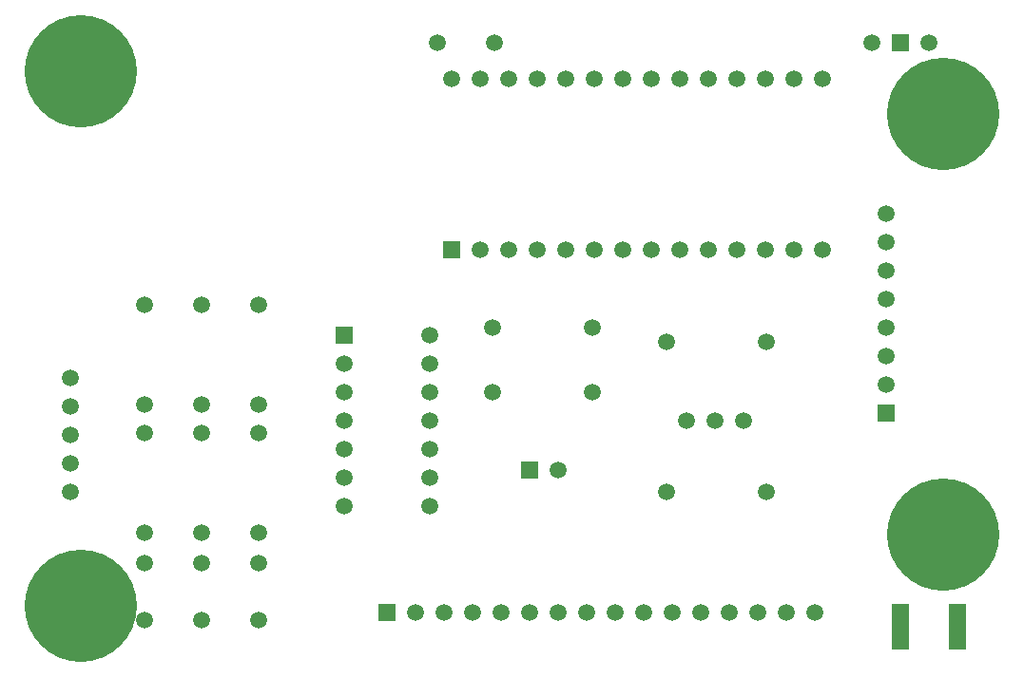
<source format=gbs>
G04 #@! TF.FileFunction,Soldermask,Bot*
%FSLAX46Y46*%
G04 Gerber Fmt 4.6, Leading zero omitted, Abs format (unit mm)*
G04 Created by KiCad (PCBNEW 4.0.7) date Thursday, 04 January 2018 'PMt' 04:22:12 PM*
%MOMM*%
%LPD*%
G01*
G04 APERTURE LIST*
%ADD10C,0.100000*%
%ADD11C,10.000000*%
%ADD12C,1.500000*%
%ADD13R,1.524000X1.500000*%
%ADD14R,1.500000X1.500000*%
%ADD15R,1.524000X4.064000*%
G04 APERTURE END LIST*
D10*
D11*
X100965000Y-65405000D03*
X100965000Y-113030000D03*
X177800000Y-106680000D03*
X177800000Y-69215000D03*
D12*
X171450000Y-62865000D03*
D13*
X173990000Y-62865000D03*
D12*
X176530000Y-62865000D03*
X132715000Y-62865000D03*
X137795000Y-62865000D03*
X137668000Y-88265000D03*
X146558000Y-88265000D03*
X162052000Y-89535000D03*
X153162000Y-89535000D03*
X162052000Y-102870000D03*
X153162000Y-102870000D03*
D14*
X140970000Y-100965000D03*
D12*
X143510000Y-100965000D03*
X137668000Y-93980000D03*
X146558000Y-93980000D03*
X106680000Y-86233000D03*
X106680000Y-95123000D03*
X111760000Y-86233000D03*
X111760000Y-95123000D03*
X116840000Y-86233000D03*
X116840000Y-95123000D03*
X106680000Y-97663000D03*
X106680000Y-106553000D03*
X111760000Y-97663000D03*
X111760000Y-106553000D03*
X116840000Y-97663000D03*
X116840000Y-106553000D03*
X106680000Y-109220000D03*
X106680000Y-114300000D03*
X111760000Y-109220000D03*
X111760000Y-114300000D03*
X116840000Y-109220000D03*
X116840000Y-114300000D03*
X100076000Y-102870000D03*
X100076000Y-100330000D03*
X100076000Y-97790000D03*
X100076000Y-95250000D03*
X100076000Y-92710000D03*
D15*
X173990000Y-114935000D03*
X179070000Y-114935000D03*
D12*
X160020000Y-96520000D03*
X157480000Y-96520000D03*
X154940000Y-96520000D03*
D14*
X133985000Y-81280000D03*
D12*
X136525000Y-81280000D03*
X139065000Y-81280000D03*
X141605000Y-81280000D03*
X144145000Y-81280000D03*
X146685000Y-81280000D03*
X149225000Y-81280000D03*
X151765000Y-81280000D03*
X154305000Y-81280000D03*
X156845000Y-81280000D03*
X159385000Y-81280000D03*
X161925000Y-81280000D03*
X164465000Y-81280000D03*
X167005000Y-81280000D03*
X167005000Y-66040000D03*
X164465000Y-66040000D03*
X161925000Y-66040000D03*
X159385000Y-66040000D03*
X156845000Y-66040000D03*
X154305000Y-66040000D03*
X151765000Y-66040000D03*
X149225000Y-66040000D03*
X146685000Y-66040000D03*
X144145000Y-66040000D03*
X141605000Y-66040000D03*
X139065000Y-66040000D03*
X136525000Y-66040000D03*
X133985000Y-66040000D03*
X172720000Y-78105000D03*
X172720000Y-80645000D03*
X172720000Y-83185000D03*
X172720000Y-85725000D03*
X172720000Y-88265000D03*
X172720000Y-90805000D03*
X172720000Y-93345000D03*
D14*
X172720000Y-95885000D03*
X124460000Y-88900000D03*
D12*
X124460000Y-91440000D03*
X124460000Y-93980000D03*
X124460000Y-96520000D03*
X124460000Y-99060000D03*
X124460000Y-101600000D03*
X124460000Y-104140000D03*
X132080000Y-104140000D03*
X132080000Y-101600000D03*
X132080000Y-99060000D03*
X132080000Y-96520000D03*
X132080000Y-93980000D03*
X132080000Y-91440000D03*
X132080000Y-88900000D03*
D14*
X128270000Y-113665000D03*
D12*
X130810000Y-113665000D03*
X133350000Y-113665000D03*
X135890000Y-113665000D03*
X138430000Y-113665000D03*
X140970000Y-113665000D03*
X143510000Y-113665000D03*
X146050000Y-113665000D03*
X148590000Y-113665000D03*
X151130000Y-113665000D03*
X153670000Y-113665000D03*
X156210000Y-113665000D03*
X158750000Y-113665000D03*
X161290000Y-113665000D03*
X163830000Y-113665000D03*
X166370000Y-113665000D03*
M02*

</source>
